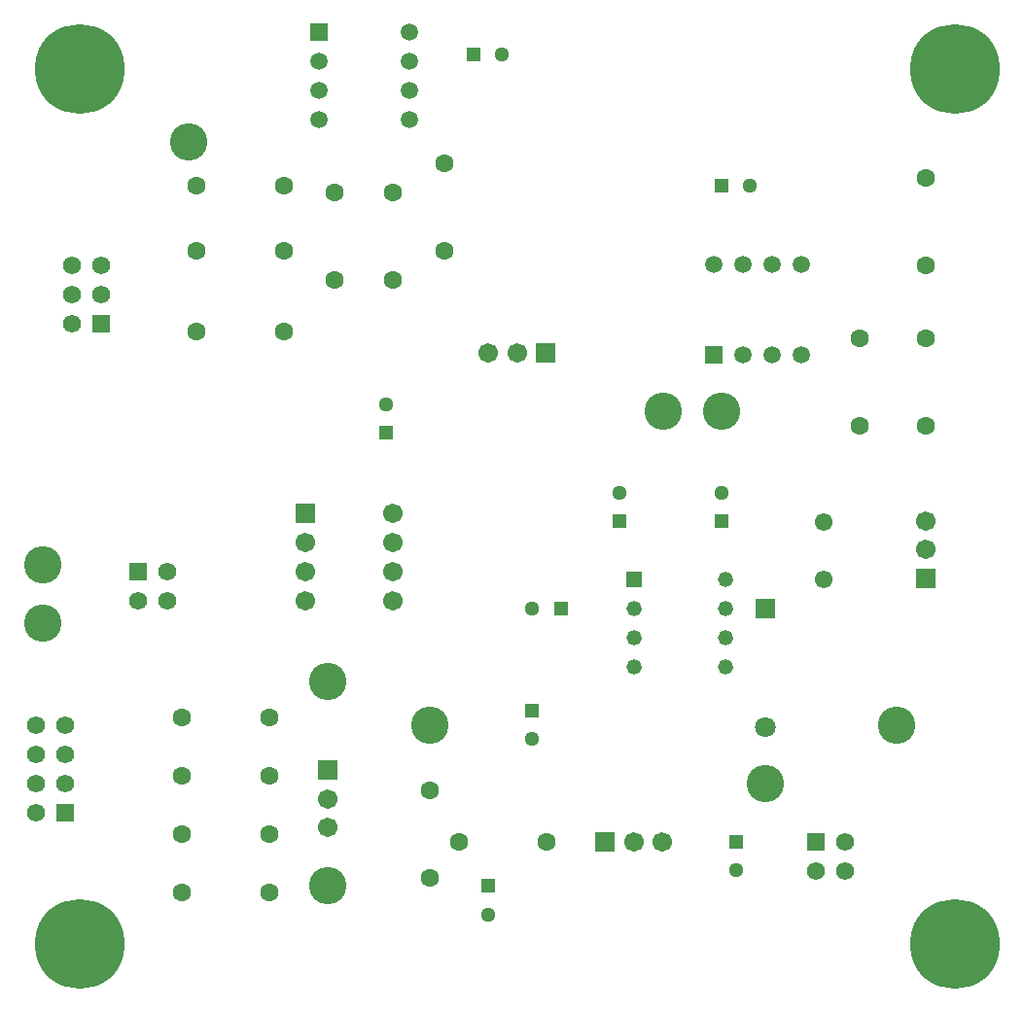
<source format=gbr>
G04 Layer_Color=16711935*
%FSLAX23Y23*%
%MOIN*%
%TF.FileFunction,Soldermask,Bot*%
%TF.Part,Single*%
G01*
G75*
%TA.AperFunction,ViaPad*%
%ADD37C,0.308*%
%ADD38C,0.128*%
%TA.AperFunction,ComponentPad*%
%ADD39R,0.051X0.051*%
%ADD40C,0.051*%
%ADD41R,0.051X0.051*%
%ADD42C,0.063*%
%ADD43C,0.067*%
%ADD44R,0.067X0.067*%
%ADD45C,0.062*%
%ADD46R,0.062X0.062*%
%ADD47R,0.067X0.067*%
%ADD48C,0.059*%
%ADD49R,0.059X0.059*%
%ADD50R,0.059X0.059*%
%ADD51C,0.052*%
%ADD52R,0.052X0.052*%
%ADD53C,0.067*%
%ADD54R,0.067X0.067*%
%ADD55C,0.071*%
%ADD56R,0.071X0.071*%
%ADD57C,0.061*%
D37*
X1250Y1250D02*
D03*
X4250D02*
D03*
Y4250D02*
D03*
X1250D02*
D03*
D38*
X1625Y4000D02*
D03*
X3450Y3075D02*
D03*
X3250D02*
D03*
X3600Y1800D02*
D03*
X4050Y2000D02*
D03*
X1125Y2350D02*
D03*
Y2550D02*
D03*
X2100Y2150D02*
D03*
Y1450D02*
D03*
X2450Y2000D02*
D03*
D39*
X3451Y3850D02*
D03*
X2601Y4300D02*
D03*
X2900Y2400D02*
D03*
D40*
X3549Y3850D02*
D03*
X3500Y1502D02*
D03*
X2650Y1351D02*
D03*
X2699Y4300D02*
D03*
X2300Y3100D02*
D03*
X2802Y2400D02*
D03*
X3100Y2798D02*
D03*
X3450D02*
D03*
X2800Y1952D02*
D03*
D41*
X3500Y1600D02*
D03*
X2650Y1449D02*
D03*
X2300Y3002D02*
D03*
X3100Y2700D02*
D03*
X3450D02*
D03*
X2800Y2050D02*
D03*
D42*
X2450Y1775D02*
D03*
Y1475D02*
D03*
X1900Y2025D02*
D03*
X1600D02*
D03*
X1900Y1825D02*
D03*
X1600D02*
D03*
X1900Y1625D02*
D03*
X1600D02*
D03*
X1900Y1425D02*
D03*
X1600D02*
D03*
X3925Y3325D02*
D03*
Y3025D02*
D03*
X4150D02*
D03*
Y3325D02*
D03*
Y3875D02*
D03*
Y3575D02*
D03*
X2325Y3825D02*
D03*
Y3525D02*
D03*
X1650Y3350D02*
D03*
X1950D02*
D03*
X2125Y3825D02*
D03*
Y3525D02*
D03*
X1650Y3850D02*
D03*
X1950D02*
D03*
X2500Y3925D02*
D03*
Y3625D02*
D03*
X1650D02*
D03*
X1950D02*
D03*
X2550Y1600D02*
D03*
X2850D02*
D03*
D43*
X4150Y2700D02*
D03*
Y2602D02*
D03*
X2652Y3275D02*
D03*
X2750D02*
D03*
X3248Y1600D02*
D03*
X3150D02*
D03*
X2100Y1650D02*
D03*
Y1748D02*
D03*
D44*
X4150Y2503D02*
D03*
X2100Y1847D02*
D03*
D45*
X3875Y1500D02*
D03*
X3775D02*
D03*
X3875Y1600D02*
D03*
X1550Y2425D02*
D03*
X1450D02*
D03*
X1550Y2525D02*
D03*
X1100Y2000D02*
D03*
X1200D02*
D03*
X1100Y1900D02*
D03*
X1200D02*
D03*
X1100Y1800D02*
D03*
X1200D02*
D03*
X1100Y1700D02*
D03*
X1225Y3575D02*
D03*
X1325D02*
D03*
X1225Y3475D02*
D03*
X1325D02*
D03*
X1225Y3375D02*
D03*
D46*
X3775Y1600D02*
D03*
X1450Y2525D02*
D03*
X1200Y1700D02*
D03*
X1325Y3375D02*
D03*
D47*
X2848Y3275D02*
D03*
X3052Y1600D02*
D03*
D48*
X2070Y4175D02*
D03*
Y4275D02*
D03*
Y4075D02*
D03*
X2380D02*
D03*
Y4375D02*
D03*
Y4175D02*
D03*
Y4275D02*
D03*
X3525Y3580D02*
D03*
X3625D02*
D03*
X3425D02*
D03*
X3725D02*
D03*
Y3270D02*
D03*
X3525D02*
D03*
X3625D02*
D03*
D49*
X2070Y4375D02*
D03*
D50*
X3425Y3270D02*
D03*
D51*
X3463Y2500D02*
D03*
Y2400D02*
D03*
Y2300D02*
D03*
Y2200D02*
D03*
X3150D02*
D03*
Y2300D02*
D03*
Y2400D02*
D03*
D52*
Y2500D02*
D03*
D53*
X2325Y2725D02*
D03*
Y2625D02*
D03*
Y2525D02*
D03*
Y2425D02*
D03*
X2025D02*
D03*
Y2525D02*
D03*
Y2625D02*
D03*
D54*
Y2725D02*
D03*
D55*
X3600Y1992D02*
D03*
D56*
Y2400D02*
D03*
D57*
X3800Y2500D02*
D03*
Y2697D02*
D03*
%TF.MD5,bd63e68a2e3c11fda796a2c10048f681*%
M02*

</source>
